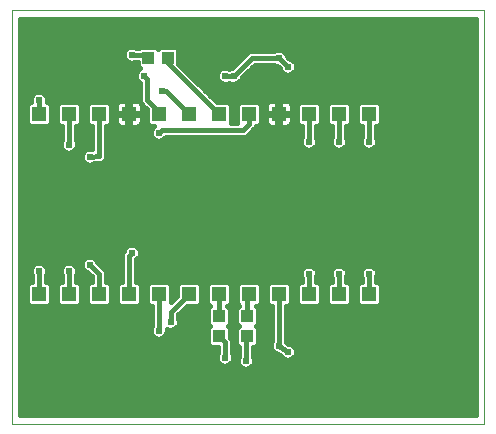
<source format=gbl>
G75*
%MOIN*%
%OFA0B0*%
%FSLAX24Y24*%
%IPPOS*%
%LPD*%
%AMOC8*
5,1,8,0,0,1.08239X$1,22.5*
%
%ADD10C,0.0000*%
%ADD11R,0.0394X0.0433*%
%ADD12R,0.0433X0.0394*%
%ADD13R,0.0500X0.0500*%
%ADD14C,0.0317*%
%ADD15C,0.0160*%
%ADD16C,0.0238*%
D10*
X010976Y000180D02*
X010976Y013960D01*
X026724Y013960D01*
X026724Y000180D01*
X010976Y000180D01*
D11*
X015516Y012380D03*
X016185Y012380D03*
D12*
X017876Y003765D03*
X017876Y003095D03*
X018826Y003095D03*
X018826Y003765D03*
D13*
X018876Y004505D03*
X019876Y004505D03*
X020876Y004505D03*
X021876Y004505D03*
X022876Y004505D03*
X017876Y004505D03*
X016876Y004505D03*
X015876Y004505D03*
X014876Y004505D03*
X013876Y004505D03*
X012876Y004505D03*
X011876Y004505D03*
X011876Y010505D03*
X012876Y010505D03*
X013876Y010505D03*
X014876Y010505D03*
X015876Y010505D03*
X016876Y010505D03*
X017876Y010505D03*
X018876Y010505D03*
X019876Y010505D03*
X020876Y010505D03*
X021876Y010505D03*
X022876Y010505D03*
D14*
X022351Y009880D03*
X021351Y009880D03*
X020351Y009380D03*
X019951Y008880D03*
X019151Y009580D03*
X019551Y009980D03*
X019351Y011080D03*
X019051Y011480D03*
X020551Y011580D03*
X023051Y012080D03*
X024351Y011380D03*
X025751Y012080D03*
X026251Y012080D03*
X025551Y012580D03*
X018183Y008531D03*
X018151Y007280D03*
X018851Y007180D03*
X019351Y006780D03*
X019851Y006280D03*
X020451Y005780D03*
X021051Y006180D03*
X021451Y006580D03*
X021951Y007080D03*
X022351Y007380D03*
X016551Y005080D03*
X016051Y005180D03*
X015551Y005180D03*
X015451Y005880D03*
X016151Y006580D03*
X014251Y007580D03*
X012451Y008080D03*
X015051Y009380D03*
X015051Y009880D03*
X013351Y009880D03*
X012251Y009880D03*
X013351Y011180D03*
X013351Y011680D03*
X011951Y011680D03*
X012851Y012580D03*
X011751Y013180D03*
X016751Y012780D03*
X013351Y005080D03*
X015351Y003980D03*
X016551Y003080D03*
X015851Y002180D03*
X015251Y002180D03*
X013451Y003780D03*
X019351Y002580D03*
X022551Y001080D03*
X023051Y001080D03*
X023651Y001080D03*
X024351Y001080D03*
X025051Y001080D03*
X023051Y002080D03*
X025151Y002780D03*
X025651Y002580D03*
X026151Y002580D03*
X025051Y003280D03*
D15*
X026444Y003350D02*
X020106Y003350D01*
X020106Y003192D02*
X026444Y003192D01*
X026444Y003033D02*
X020106Y003033D01*
X020106Y002928D02*
X020106Y004105D01*
X020188Y004105D01*
X020276Y004193D01*
X020276Y004817D01*
X020188Y004905D01*
X019563Y004905D01*
X019476Y004817D01*
X019476Y004193D01*
X019563Y004105D01*
X019646Y004105D01*
X019646Y002928D01*
X019607Y002834D01*
X019607Y002726D01*
X019647Y002628D01*
X019723Y002552D01*
X019822Y002511D01*
X019865Y002511D01*
X019931Y002466D01*
X019947Y002428D01*
X020023Y002352D01*
X020122Y002311D01*
X020229Y002311D01*
X020328Y002352D01*
X020404Y002428D01*
X020445Y002526D01*
X020445Y002634D01*
X020404Y002732D01*
X020328Y002808D01*
X020229Y002849D01*
X020187Y002849D01*
X020120Y002894D01*
X020106Y002928D01*
X020148Y002875D02*
X026444Y002875D01*
X026444Y002716D02*
X020410Y002716D01*
X020445Y002558D02*
X026444Y002558D01*
X026444Y002399D02*
X020375Y002399D01*
X020176Y002580D02*
X019876Y002780D01*
X019876Y004505D01*
X020276Y004460D02*
X020476Y004460D01*
X020476Y004618D02*
X020276Y004618D01*
X020276Y004777D02*
X020476Y004777D01*
X020476Y004817D02*
X020476Y004193D01*
X020563Y004105D01*
X021188Y004105D01*
X021276Y004193D01*
X021276Y004817D01*
X021188Y004905D01*
X021106Y004905D01*
X021106Y005032D01*
X021145Y005126D01*
X021145Y005234D01*
X021104Y005332D01*
X021028Y005408D01*
X020929Y005449D01*
X020822Y005449D01*
X020723Y005408D01*
X020647Y005332D01*
X020607Y005234D01*
X020607Y005126D01*
X020646Y005032D01*
X020646Y004905D01*
X020563Y004905D01*
X020476Y004817D01*
X020646Y004935D02*
X015106Y004935D01*
X015106Y004905D02*
X015106Y005643D01*
X015128Y005652D01*
X015204Y005728D01*
X015245Y005826D01*
X015245Y005934D01*
X015204Y006032D01*
X015128Y006108D01*
X015029Y006149D01*
X014922Y006149D01*
X014823Y006108D01*
X014747Y006032D01*
X014708Y005938D01*
X014646Y005875D01*
X014646Y004905D01*
X014563Y004905D01*
X014476Y004817D01*
X014476Y004193D01*
X014563Y004105D01*
X015188Y004105D01*
X015276Y004193D01*
X015276Y004817D01*
X015188Y004905D01*
X015106Y004905D01*
X015106Y005094D02*
X020620Y005094D01*
X020614Y005252D02*
X015106Y005252D01*
X015106Y005411D02*
X020729Y005411D01*
X020876Y005180D02*
X020876Y004505D01*
X021276Y004460D02*
X021476Y004460D01*
X021476Y004618D02*
X021276Y004618D01*
X021276Y004777D02*
X021476Y004777D01*
X021476Y004817D02*
X021476Y004193D01*
X021563Y004105D01*
X022188Y004105D01*
X022276Y004193D01*
X022276Y004817D01*
X022188Y004905D01*
X022106Y004905D01*
X022106Y005032D01*
X022145Y005126D01*
X022145Y005234D01*
X022104Y005332D01*
X022028Y005408D01*
X021929Y005449D01*
X021822Y005449D01*
X021723Y005408D01*
X021647Y005332D01*
X021607Y005234D01*
X021607Y005126D01*
X021646Y005032D01*
X021646Y004905D01*
X021563Y004905D01*
X021476Y004817D01*
X021646Y004935D02*
X021106Y004935D01*
X021131Y005094D02*
X021620Y005094D01*
X021614Y005252D02*
X021137Y005252D01*
X021022Y005411D02*
X021729Y005411D01*
X021876Y005180D02*
X021876Y004505D01*
X022276Y004460D02*
X022476Y004460D01*
X022476Y004618D02*
X022276Y004618D01*
X022276Y004777D02*
X022476Y004777D01*
X022476Y004817D02*
X022476Y004193D01*
X022563Y004105D01*
X023188Y004105D01*
X023276Y004193D01*
X023276Y004817D01*
X023188Y004905D01*
X023106Y004905D01*
X023106Y005032D01*
X023145Y005126D01*
X023145Y005234D01*
X023104Y005332D01*
X023028Y005408D01*
X022929Y005449D01*
X022822Y005449D01*
X022723Y005408D01*
X022647Y005332D01*
X022607Y005234D01*
X022607Y005126D01*
X022646Y005032D01*
X022646Y004905D01*
X022563Y004905D01*
X022476Y004817D01*
X022646Y004935D02*
X022106Y004935D01*
X022131Y005094D02*
X022620Y005094D01*
X022614Y005252D02*
X022137Y005252D01*
X022022Y005411D02*
X022729Y005411D01*
X022876Y005180D02*
X022876Y004505D01*
X023276Y004460D02*
X026444Y004460D01*
X026444Y004618D02*
X023276Y004618D01*
X023276Y004777D02*
X026444Y004777D01*
X026444Y004935D02*
X023106Y004935D01*
X023131Y005094D02*
X026444Y005094D01*
X026444Y005252D02*
X023137Y005252D01*
X023022Y005411D02*
X026444Y005411D01*
X026444Y005569D02*
X015106Y005569D01*
X015204Y005728D02*
X026444Y005728D01*
X026444Y005886D02*
X015245Y005886D01*
X015192Y006045D02*
X026444Y006045D01*
X026444Y006203D02*
X011256Y006203D01*
X011256Y006045D02*
X014760Y006045D01*
X014656Y005886D02*
X011256Y005886D01*
X011256Y005728D02*
X013470Y005728D01*
X013423Y005708D02*
X013522Y005749D01*
X013629Y005749D01*
X013728Y005708D01*
X013804Y005632D01*
X013843Y005538D01*
X013971Y005410D01*
X014106Y005275D01*
X014106Y004905D01*
X014188Y004905D01*
X014276Y004817D01*
X014276Y004193D01*
X014188Y004105D01*
X013563Y004105D01*
X013476Y004193D01*
X013476Y004817D01*
X013563Y004905D01*
X013646Y004905D01*
X013646Y005085D01*
X013517Y005213D01*
X013423Y005252D01*
X013145Y005252D01*
X013145Y005226D02*
X013106Y005132D01*
X013106Y004905D01*
X013188Y004905D01*
X013276Y004817D01*
X013276Y004193D01*
X013188Y004105D01*
X012563Y004105D01*
X012476Y004193D01*
X012476Y004817D01*
X012563Y004905D01*
X012646Y004905D01*
X012646Y005132D01*
X012607Y005226D01*
X012607Y005334D01*
X012647Y005432D01*
X012723Y005508D01*
X012822Y005549D01*
X012929Y005549D01*
X013028Y005508D01*
X013104Y005432D01*
X013145Y005334D01*
X013145Y005226D01*
X013106Y005094D02*
X013637Y005094D01*
X013646Y004935D02*
X013106Y004935D01*
X013276Y004777D02*
X013476Y004777D01*
X013476Y004618D02*
X013276Y004618D01*
X013276Y004460D02*
X013476Y004460D01*
X013476Y004301D02*
X013276Y004301D01*
X013225Y004143D02*
X013526Y004143D01*
X013876Y004505D02*
X013876Y005180D01*
X013576Y005480D01*
X013681Y005728D02*
X014646Y005728D01*
X014646Y005569D02*
X013830Y005569D01*
X013970Y005411D02*
X014646Y005411D01*
X014646Y005252D02*
X014106Y005252D01*
X014106Y005094D02*
X014646Y005094D01*
X014646Y004935D02*
X014106Y004935D01*
X014276Y004777D02*
X014476Y004777D01*
X014476Y004618D02*
X014276Y004618D01*
X014276Y004460D02*
X014476Y004460D01*
X014476Y004301D02*
X014276Y004301D01*
X014225Y004143D02*
X014526Y004143D01*
X014876Y004505D02*
X014876Y005780D01*
X014976Y005880D01*
X015563Y004905D02*
X015476Y004817D01*
X015476Y004193D01*
X015563Y004105D01*
X015646Y004105D01*
X015646Y003428D01*
X015607Y003334D01*
X015607Y003226D01*
X015647Y003128D01*
X015723Y003052D01*
X015822Y003011D01*
X015929Y003011D01*
X016028Y003052D01*
X016104Y003128D01*
X016145Y003226D01*
X016145Y003334D01*
X016140Y003345D01*
X016222Y003311D01*
X016329Y003311D01*
X016428Y003352D01*
X016504Y003428D01*
X016545Y003526D01*
X016545Y003634D01*
X016506Y003728D01*
X016506Y003810D01*
X016801Y004105D01*
X017188Y004105D01*
X017276Y004193D01*
X017276Y004817D01*
X017188Y004905D01*
X016563Y004905D01*
X016476Y004817D01*
X016476Y004430D01*
X016276Y004230D01*
X016276Y004817D01*
X016188Y004905D01*
X015563Y004905D01*
X015476Y004777D02*
X015276Y004777D01*
X015276Y004618D02*
X015476Y004618D01*
X015476Y004460D02*
X015276Y004460D01*
X015276Y004301D02*
X015476Y004301D01*
X015526Y004143D02*
X015225Y004143D01*
X015646Y003984D02*
X011256Y003984D01*
X011256Y003826D02*
X015646Y003826D01*
X015646Y003667D02*
X011256Y003667D01*
X011256Y003509D02*
X015646Y003509D01*
X015613Y003350D02*
X011256Y003350D01*
X011256Y003192D02*
X015621Y003192D01*
X015769Y003033D02*
X011256Y003033D01*
X011256Y002875D02*
X017509Y002875D01*
X017509Y002836D02*
X017597Y002749D01*
X017846Y002749D01*
X017846Y002528D01*
X017807Y002434D01*
X017807Y002326D01*
X017847Y002228D01*
X017923Y002152D01*
X018022Y002111D01*
X018129Y002111D01*
X018228Y002152D01*
X018304Y002228D01*
X018345Y002326D01*
X018345Y002434D01*
X018306Y002528D01*
X018306Y002991D01*
X018242Y003054D01*
X018242Y003354D01*
X018166Y003430D01*
X018242Y003506D01*
X018242Y004024D01*
X018161Y004105D01*
X018188Y004105D01*
X018276Y004193D01*
X018276Y004817D01*
X018188Y004905D01*
X017563Y004905D01*
X017476Y004817D01*
X017476Y004193D01*
X017563Y004105D01*
X017590Y004105D01*
X017509Y004024D01*
X017509Y003506D01*
X017585Y003430D01*
X017509Y003354D01*
X017509Y002836D01*
X017509Y003033D02*
X015982Y003033D01*
X016130Y003192D02*
X017509Y003192D01*
X017509Y003350D02*
X016423Y003350D01*
X016537Y003509D02*
X017509Y003509D01*
X017509Y003667D02*
X016531Y003667D01*
X016521Y003826D02*
X017509Y003826D01*
X017509Y003984D02*
X016680Y003984D01*
X016276Y003905D02*
X016276Y003580D01*
X016276Y003905D02*
X016876Y004505D01*
X017276Y004460D02*
X017476Y004460D01*
X017476Y004618D02*
X017276Y004618D01*
X017276Y004777D02*
X017476Y004777D01*
X017876Y004505D02*
X017876Y003765D01*
X018242Y003826D02*
X018459Y003826D01*
X018459Y003984D02*
X018242Y003984D01*
X018225Y004143D02*
X018526Y004143D01*
X018547Y004111D02*
X018459Y004024D01*
X018459Y003506D01*
X018535Y003430D01*
X018459Y003354D01*
X018459Y002836D01*
X018546Y002750D01*
X018546Y002428D01*
X018507Y002334D01*
X018507Y002226D01*
X018547Y002128D01*
X018623Y002052D01*
X018722Y002011D01*
X018829Y002011D01*
X018928Y002052D01*
X019004Y002128D01*
X019045Y002226D01*
X019045Y002334D01*
X019006Y002428D01*
X019006Y002749D01*
X019104Y002749D01*
X019192Y002836D01*
X019192Y003354D01*
X019116Y003430D01*
X019192Y003506D01*
X019192Y004024D01*
X019111Y004105D01*
X019188Y004105D01*
X019276Y004193D01*
X019276Y004817D01*
X019188Y004905D01*
X018563Y004905D01*
X018476Y004817D01*
X018476Y004193D01*
X018557Y004111D01*
X018547Y004111D01*
X018476Y004301D02*
X018276Y004301D01*
X018276Y004460D02*
X018476Y004460D01*
X018476Y004618D02*
X018276Y004618D01*
X018276Y004777D02*
X018476Y004777D01*
X018826Y004455D02*
X018876Y004505D01*
X018826Y004455D02*
X018826Y003765D01*
X019192Y003826D02*
X019646Y003826D01*
X019646Y003984D02*
X019192Y003984D01*
X019225Y004143D02*
X019526Y004143D01*
X019476Y004301D02*
X019276Y004301D01*
X019276Y004460D02*
X019476Y004460D01*
X019476Y004618D02*
X019276Y004618D01*
X019276Y004777D02*
X019476Y004777D01*
X020276Y004301D02*
X020476Y004301D01*
X020526Y004143D02*
X020225Y004143D01*
X020106Y003984D02*
X026444Y003984D01*
X026444Y003826D02*
X020106Y003826D01*
X020106Y003667D02*
X026444Y003667D01*
X026444Y003509D02*
X020106Y003509D01*
X019646Y003509D02*
X019192Y003509D01*
X019192Y003667D02*
X019646Y003667D01*
X019646Y003350D02*
X019192Y003350D01*
X019192Y003192D02*
X019646Y003192D01*
X019646Y003033D02*
X019192Y003033D01*
X019192Y002875D02*
X019624Y002875D01*
X019611Y002716D02*
X019006Y002716D01*
X019006Y002558D02*
X019718Y002558D01*
X019976Y002399D02*
X019018Y002399D01*
X019045Y002241D02*
X026444Y002241D01*
X026444Y002082D02*
X018958Y002082D01*
X018776Y002280D02*
X018776Y003045D01*
X018826Y003095D01*
X018459Y003033D02*
X018263Y003033D01*
X018242Y003192D02*
X018459Y003192D01*
X018459Y003350D02*
X018242Y003350D01*
X018242Y003509D02*
X018459Y003509D01*
X018459Y003667D02*
X018242Y003667D01*
X017876Y003095D02*
X018076Y002895D01*
X018076Y002380D01*
X018345Y002399D02*
X018534Y002399D01*
X018546Y002558D02*
X018306Y002558D01*
X018306Y002716D02*
X018546Y002716D01*
X018459Y002875D02*
X018306Y002875D01*
X017846Y002716D02*
X011256Y002716D01*
X011256Y002558D02*
X017846Y002558D01*
X017807Y002399D02*
X011256Y002399D01*
X011256Y002241D02*
X017842Y002241D01*
X018309Y002241D02*
X018507Y002241D01*
X018593Y002082D02*
X011256Y002082D01*
X011256Y001924D02*
X026444Y001924D01*
X026444Y001765D02*
X011256Y001765D01*
X011256Y001607D02*
X026444Y001607D01*
X026444Y001448D02*
X011256Y001448D01*
X011256Y001290D02*
X026444Y001290D01*
X026444Y001131D02*
X011256Y001131D01*
X011256Y000973D02*
X026444Y000973D01*
X026444Y000814D02*
X011256Y000814D01*
X011256Y000656D02*
X026444Y000656D01*
X026444Y000497D02*
X011256Y000497D01*
X011256Y000460D02*
X011256Y013680D01*
X026444Y013680D01*
X026444Y000460D01*
X011256Y000460D01*
X015876Y003280D02*
X015876Y004505D01*
X016276Y004460D02*
X016476Y004460D01*
X016476Y004618D02*
X016276Y004618D01*
X016276Y004777D02*
X016476Y004777D01*
X016346Y004301D02*
X016276Y004301D01*
X017225Y004143D02*
X017526Y004143D01*
X017476Y004301D02*
X017276Y004301D01*
X021225Y004143D02*
X021526Y004143D01*
X021476Y004301D02*
X021276Y004301D01*
X022225Y004143D02*
X022526Y004143D01*
X022476Y004301D02*
X022276Y004301D01*
X023225Y004143D02*
X026444Y004143D01*
X026444Y004301D02*
X023276Y004301D01*
X026444Y006362D02*
X011256Y006362D01*
X011256Y006520D02*
X026444Y006520D01*
X026444Y006679D02*
X011256Y006679D01*
X011256Y006837D02*
X026444Y006837D01*
X026444Y006996D02*
X011256Y006996D01*
X011256Y007154D02*
X026444Y007154D01*
X026444Y007313D02*
X011256Y007313D01*
X011256Y007471D02*
X026444Y007471D01*
X026444Y007630D02*
X011256Y007630D01*
X011256Y007788D02*
X026444Y007788D01*
X026444Y007947D02*
X011256Y007947D01*
X011256Y008105D02*
X026444Y008105D01*
X026444Y008264D02*
X011256Y008264D01*
X011256Y008422D02*
X026444Y008422D01*
X026444Y008581D02*
X011256Y008581D01*
X011256Y008739D02*
X026444Y008739D01*
X026444Y008898D02*
X014001Y008898D01*
X013990Y008884D02*
X014045Y008949D01*
X014106Y009010D01*
X014106Y009021D01*
X014113Y009029D01*
X014106Y009115D01*
X014106Y010105D01*
X014188Y010105D01*
X014276Y010193D01*
X014276Y010817D01*
X014188Y010905D01*
X013563Y010905D01*
X013476Y010817D01*
X013476Y010193D01*
X013563Y010105D01*
X013646Y010105D01*
X013646Y009342D01*
X013629Y009349D01*
X013522Y009349D01*
X013423Y009308D01*
X013347Y009232D01*
X013307Y009134D01*
X013307Y009026D01*
X013347Y008928D01*
X013423Y008852D01*
X013522Y008811D01*
X013629Y008811D01*
X013728Y008852D01*
X013739Y008863D01*
X013885Y008875D01*
X013971Y008875D01*
X013979Y008883D01*
X013990Y008884D01*
X014110Y009056D02*
X026444Y009056D01*
X026444Y009215D02*
X014106Y009215D01*
X014106Y009373D02*
X020702Y009373D01*
X020723Y009352D02*
X020822Y009311D01*
X020929Y009311D01*
X021028Y009352D01*
X021104Y009428D01*
X021145Y009526D01*
X021145Y009634D01*
X021106Y009728D01*
X021106Y010105D01*
X021188Y010105D01*
X021276Y010193D01*
X021276Y010817D01*
X021188Y010905D01*
X020563Y010905D01*
X020476Y010817D01*
X020476Y010193D01*
X020563Y010105D01*
X020646Y010105D01*
X020646Y009728D01*
X020607Y009634D01*
X020607Y009526D01*
X020647Y009428D01*
X020723Y009352D01*
X020607Y009532D02*
X014106Y009532D01*
X014106Y009690D02*
X015685Y009690D01*
X015647Y009728D02*
X015723Y009652D01*
X015822Y009611D01*
X015929Y009611D01*
X016028Y009652D01*
X016104Y009728D01*
X016113Y009750D01*
X018771Y009750D01*
X018971Y009950D01*
X019106Y010085D01*
X019106Y010105D01*
X019188Y010105D01*
X019276Y010193D01*
X019276Y010817D01*
X019188Y010905D01*
X018563Y010905D01*
X018476Y010817D01*
X018476Y010210D01*
X018276Y010210D01*
X018276Y010817D01*
X018188Y010905D01*
X017801Y010905D01*
X016532Y012174D01*
X016532Y012659D01*
X016444Y012747D01*
X015926Y012747D01*
X015851Y012671D01*
X015775Y012747D01*
X015257Y012747D01*
X015220Y012710D01*
X015123Y012710D01*
X015029Y012749D01*
X014922Y012749D01*
X014823Y012708D01*
X014747Y012632D01*
X014707Y012534D01*
X014707Y012426D01*
X014747Y012328D01*
X014823Y012252D01*
X014922Y012211D01*
X015029Y012211D01*
X015123Y012250D01*
X015169Y012250D01*
X015169Y012101D01*
X015251Y012020D01*
X015223Y012008D01*
X015147Y011932D01*
X015107Y011834D01*
X015107Y011726D01*
X015147Y011628D01*
X015223Y011552D01*
X015246Y011543D01*
X015246Y010890D01*
X015236Y010899D01*
X015195Y010923D01*
X015149Y010935D01*
X014921Y010935D01*
X014921Y010550D01*
X015306Y010550D01*
X015306Y010779D01*
X015293Y010824D01*
X015276Y010854D01*
X015380Y010750D01*
X015476Y010655D01*
X015476Y010193D01*
X015563Y010105D01*
X015720Y010105D01*
X015647Y010032D01*
X015607Y009934D01*
X015607Y009826D01*
X015647Y009728D01*
X015607Y009849D02*
X014106Y009849D01*
X014106Y010007D02*
X015637Y010007D01*
X015503Y010166D02*
X015282Y010166D01*
X015293Y010186D02*
X015306Y010231D01*
X015306Y010460D01*
X014921Y010460D01*
X014921Y010550D01*
X014831Y010550D01*
X014831Y010935D01*
X014602Y010935D01*
X014556Y010923D01*
X014515Y010899D01*
X014482Y010866D01*
X014458Y010824D01*
X014446Y010779D01*
X014446Y010550D01*
X014831Y010550D01*
X014831Y010460D01*
X014921Y010460D01*
X014921Y010075D01*
X015149Y010075D01*
X015195Y010087D01*
X015236Y010111D01*
X015270Y010144D01*
X015293Y010186D01*
X015306Y010324D02*
X015476Y010324D01*
X015476Y010483D02*
X014921Y010483D01*
X014831Y010483D02*
X014276Y010483D01*
X014276Y010641D02*
X014446Y010641D01*
X014451Y010800D02*
X014276Y010800D01*
X014446Y010460D02*
X014446Y010231D01*
X014458Y010186D01*
X014482Y010144D01*
X014515Y010111D01*
X014556Y010087D01*
X014602Y010075D01*
X014831Y010075D01*
X014831Y010460D01*
X014446Y010460D01*
X014446Y010324D02*
X014276Y010324D01*
X014248Y010166D02*
X014469Y010166D01*
X014831Y010166D02*
X014921Y010166D01*
X014921Y010324D02*
X014831Y010324D01*
X014831Y010641D02*
X014921Y010641D01*
X014921Y010800D02*
X014831Y010800D01*
X015246Y010958D02*
X012145Y010958D01*
X012145Y010926D02*
X012145Y011034D01*
X012104Y011132D01*
X012028Y011208D01*
X011929Y011249D01*
X011822Y011249D01*
X011723Y011208D01*
X011647Y011132D01*
X011607Y011034D01*
X011607Y010926D01*
X011615Y010905D01*
X011563Y010905D01*
X011476Y010817D01*
X011476Y010193D01*
X011563Y010105D01*
X012188Y010105D01*
X012276Y010193D01*
X012276Y010817D01*
X012188Y010905D01*
X012136Y010905D01*
X012145Y010926D01*
X012276Y010800D02*
X012476Y010800D01*
X012476Y010817D02*
X012476Y010193D01*
X012563Y010105D01*
X012646Y010105D01*
X012646Y009628D01*
X012607Y009534D01*
X012607Y009426D01*
X012647Y009328D01*
X012723Y009252D01*
X012822Y009211D01*
X012929Y009211D01*
X013028Y009252D01*
X013104Y009328D01*
X013145Y009426D01*
X013145Y009534D01*
X013106Y009628D01*
X013106Y010105D01*
X013188Y010105D01*
X013276Y010193D01*
X013276Y010817D01*
X013188Y010905D01*
X012563Y010905D01*
X012476Y010817D01*
X012476Y010641D02*
X012276Y010641D01*
X012276Y010483D02*
X012476Y010483D01*
X012476Y010324D02*
X012276Y010324D01*
X012248Y010166D02*
X012503Y010166D01*
X012646Y010007D02*
X011256Y010007D01*
X011256Y009849D02*
X012646Y009849D01*
X012646Y009690D02*
X011256Y009690D01*
X011256Y009532D02*
X012607Y009532D01*
X012629Y009373D02*
X011256Y009373D01*
X011256Y009215D02*
X012813Y009215D01*
X012938Y009215D02*
X013340Y009215D01*
X013307Y009056D02*
X011256Y009056D01*
X011256Y008898D02*
X013378Y008898D01*
X013576Y009080D02*
X013876Y009105D01*
X013876Y010505D01*
X013476Y010483D02*
X013276Y010483D01*
X013276Y010641D02*
X013476Y010641D01*
X013476Y010800D02*
X013276Y010800D01*
X012876Y010505D02*
X012876Y009480D01*
X013122Y009373D02*
X013646Y009373D01*
X013646Y009532D02*
X013145Y009532D01*
X013106Y009690D02*
X013646Y009690D01*
X013646Y009849D02*
X013106Y009849D01*
X013106Y010007D02*
X013646Y010007D01*
X013503Y010166D02*
X013248Y010166D01*
X013276Y010324D02*
X013476Y010324D01*
X012110Y011117D02*
X015246Y011117D01*
X015246Y011275D02*
X011256Y011275D01*
X011256Y011117D02*
X011641Y011117D01*
X011607Y010958D02*
X011256Y010958D01*
X011256Y010800D02*
X011476Y010800D01*
X011476Y010641D02*
X011256Y010641D01*
X011256Y010483D02*
X011476Y010483D01*
X011476Y010324D02*
X011256Y010324D01*
X011256Y010166D02*
X011503Y010166D01*
X011876Y010505D02*
X011876Y010980D01*
X011256Y011434D02*
X015246Y011434D01*
X015183Y011592D02*
X011256Y011592D01*
X011256Y011751D02*
X015107Y011751D01*
X015138Y011909D02*
X011256Y011909D01*
X011256Y012068D02*
X015203Y012068D01*
X015169Y012226D02*
X015065Y012226D01*
X014886Y012226D02*
X011256Y012226D01*
X011256Y012385D02*
X014724Y012385D01*
X014710Y012543D02*
X011256Y012543D01*
X011256Y012702D02*
X014817Y012702D01*
X014976Y012480D02*
X015416Y012480D01*
X015516Y012380D01*
X015820Y012702D02*
X015881Y012702D01*
X016185Y012380D02*
X016185Y012195D01*
X017876Y010505D01*
X018276Y010483D02*
X018476Y010483D01*
X018476Y010641D02*
X018276Y010641D01*
X018276Y010800D02*
X018476Y010800D01*
X018876Y010505D02*
X018876Y010180D01*
X018676Y009980D01*
X015976Y009980D01*
X015876Y009880D01*
X016066Y009690D02*
X020630Y009690D01*
X020646Y009849D02*
X018869Y009849D01*
X019028Y010007D02*
X020646Y010007D01*
X020503Y010166D02*
X020282Y010166D01*
X020293Y010186D02*
X020306Y010231D01*
X020306Y010460D01*
X019921Y010460D01*
X019921Y010550D01*
X020306Y010550D01*
X020306Y010779D01*
X020293Y010824D01*
X020270Y010866D01*
X020236Y010899D01*
X020195Y010923D01*
X020149Y010935D01*
X019921Y010935D01*
X019921Y010550D01*
X019831Y010550D01*
X019831Y010935D01*
X019602Y010935D01*
X019556Y010923D01*
X019515Y010899D01*
X019482Y010866D01*
X019458Y010824D01*
X019446Y010779D01*
X019446Y010550D01*
X019831Y010550D01*
X019831Y010460D01*
X019921Y010460D01*
X019921Y010075D01*
X020149Y010075D01*
X020195Y010087D01*
X020236Y010111D01*
X020270Y010144D01*
X020293Y010186D01*
X020306Y010324D02*
X020476Y010324D01*
X020476Y010483D02*
X019921Y010483D01*
X019831Y010483D02*
X019276Y010483D01*
X019276Y010641D02*
X019446Y010641D01*
X019451Y010800D02*
X019276Y010800D01*
X019446Y010460D02*
X019446Y010231D01*
X019458Y010186D01*
X019482Y010144D01*
X019515Y010111D01*
X019556Y010087D01*
X019602Y010075D01*
X019831Y010075D01*
X019831Y010460D01*
X019446Y010460D01*
X019446Y010324D02*
X019276Y010324D01*
X019248Y010166D02*
X019469Y010166D01*
X019831Y010166D02*
X019921Y010166D01*
X019921Y010324D02*
X019831Y010324D01*
X019831Y010641D02*
X019921Y010641D01*
X019921Y010800D02*
X019831Y010800D01*
X020300Y010800D02*
X020476Y010800D01*
X020476Y010641D02*
X020306Y010641D01*
X020876Y010505D02*
X020876Y009580D01*
X021121Y009690D02*
X021630Y009690D01*
X021646Y009728D02*
X021607Y009634D01*
X021607Y009526D01*
X021647Y009428D01*
X021723Y009352D01*
X021822Y009311D01*
X021929Y009311D01*
X022028Y009352D01*
X022104Y009428D01*
X022145Y009526D01*
X022145Y009634D01*
X022106Y009728D01*
X022106Y010105D01*
X022188Y010105D01*
X022276Y010193D01*
X022276Y010817D01*
X022188Y010905D01*
X021563Y010905D01*
X021476Y010817D01*
X021476Y010193D01*
X021563Y010105D01*
X021646Y010105D01*
X021646Y009728D01*
X021646Y009849D02*
X021106Y009849D01*
X021106Y010007D02*
X021646Y010007D01*
X021503Y010166D02*
X021248Y010166D01*
X021276Y010324D02*
X021476Y010324D01*
X021476Y010483D02*
X021276Y010483D01*
X021276Y010641D02*
X021476Y010641D01*
X021476Y010800D02*
X021276Y010800D01*
X021876Y010505D02*
X021876Y009580D01*
X022121Y009690D02*
X022630Y009690D01*
X022646Y009728D02*
X022607Y009634D01*
X022607Y009526D01*
X022647Y009428D01*
X022723Y009352D01*
X022822Y009311D01*
X022929Y009311D01*
X023028Y009352D01*
X023104Y009428D01*
X023145Y009526D01*
X023145Y009634D01*
X023106Y009728D01*
X023106Y010105D01*
X023188Y010105D01*
X023276Y010193D01*
X023276Y010817D01*
X023188Y010905D01*
X022563Y010905D01*
X022476Y010817D01*
X022476Y010193D01*
X022563Y010105D01*
X022646Y010105D01*
X022646Y009728D01*
X022646Y009849D02*
X022106Y009849D01*
X022106Y010007D02*
X022646Y010007D01*
X022503Y010166D02*
X022248Y010166D01*
X022276Y010324D02*
X022476Y010324D01*
X022476Y010483D02*
X022276Y010483D01*
X022276Y010641D02*
X022476Y010641D01*
X022476Y010800D02*
X022276Y010800D01*
X022876Y010505D02*
X022876Y009580D01*
X023121Y009690D02*
X026444Y009690D01*
X026444Y009532D02*
X023145Y009532D01*
X023049Y009373D02*
X026444Y009373D01*
X026444Y009849D02*
X023106Y009849D01*
X023106Y010007D02*
X026444Y010007D01*
X026444Y010166D02*
X023248Y010166D01*
X023276Y010324D02*
X026444Y010324D01*
X026444Y010483D02*
X023276Y010483D01*
X023276Y010641D02*
X026444Y010641D01*
X026444Y010800D02*
X023276Y010800D01*
X022607Y009532D02*
X022145Y009532D01*
X022049Y009373D02*
X022702Y009373D01*
X021702Y009373D02*
X021049Y009373D01*
X021145Y009532D02*
X021607Y009532D01*
X018476Y010324D02*
X018276Y010324D01*
X017748Y010958D02*
X026444Y010958D01*
X026444Y011117D02*
X017589Y011117D01*
X017431Y011275D02*
X026444Y011275D01*
X026444Y011434D02*
X017272Y011434D01*
X017114Y011592D02*
X017883Y011592D01*
X017847Y011628D02*
X017923Y011552D01*
X018022Y011511D01*
X018129Y011511D01*
X018223Y011550D01*
X018228Y011550D01*
X018322Y011511D01*
X018429Y011511D01*
X018528Y011552D01*
X018604Y011628D01*
X018643Y011722D01*
X019071Y012150D01*
X019728Y012150D01*
X019817Y012113D01*
X019908Y012022D01*
X019947Y011928D01*
X020023Y011852D01*
X020122Y011811D01*
X020229Y011811D01*
X020328Y011852D01*
X020404Y011928D01*
X020445Y012026D01*
X020445Y012134D01*
X020404Y012232D01*
X020328Y012308D01*
X020234Y012347D01*
X020143Y012438D01*
X020104Y012532D01*
X020028Y012608D01*
X019929Y012649D01*
X019822Y012649D01*
X019728Y012610D01*
X018880Y012610D01*
X018317Y012047D01*
X018228Y012010D01*
X018223Y012010D01*
X018129Y012049D01*
X018022Y012049D01*
X017923Y012008D01*
X017847Y011932D01*
X017807Y011834D01*
X017807Y011726D01*
X017847Y011628D01*
X017807Y011751D02*
X016955Y011751D01*
X016797Y011909D02*
X017838Y011909D01*
X018076Y011780D02*
X018376Y011780D01*
X018976Y012380D01*
X019876Y012380D01*
X020176Y012080D01*
X020445Y012068D02*
X026444Y012068D01*
X026444Y012226D02*
X020406Y012226D01*
X020196Y012385D02*
X026444Y012385D01*
X026444Y012543D02*
X020093Y012543D01*
X019863Y012068D02*
X018988Y012068D01*
X018830Y011909D02*
X019966Y011909D01*
X020385Y011909D02*
X026444Y011909D01*
X026444Y011751D02*
X018671Y011751D01*
X018568Y011592D02*
X026444Y011592D01*
X026444Y012702D02*
X016489Y012702D01*
X016532Y012543D02*
X018813Y012543D01*
X018655Y012385D02*
X016532Y012385D01*
X016532Y012226D02*
X018496Y012226D01*
X018338Y012068D02*
X016638Y012068D01*
X016101Y011280D02*
X015976Y011280D01*
X016101Y011280D02*
X016876Y010505D01*
X015876Y010505D02*
X015876Y010580D01*
X015476Y010980D01*
X015476Y011680D01*
X015376Y011780D01*
X015331Y010800D02*
X015300Y010800D01*
X015306Y010641D02*
X015476Y010641D01*
X011256Y012860D02*
X026444Y012860D01*
X026444Y013019D02*
X011256Y013019D01*
X011256Y013177D02*
X026444Y013177D01*
X026444Y013336D02*
X011256Y013336D01*
X011256Y013494D02*
X026444Y013494D01*
X026444Y013653D02*
X011256Y013653D01*
X011256Y005569D02*
X013321Y005569D01*
X013307Y005534D02*
X013307Y005426D01*
X013347Y005328D01*
X013423Y005252D01*
X013313Y005411D02*
X013113Y005411D01*
X013307Y005534D02*
X013347Y005632D01*
X013423Y005708D01*
X012876Y005280D02*
X012876Y004505D01*
X012476Y004460D02*
X012276Y004460D01*
X012276Y004618D02*
X012476Y004618D01*
X012476Y004777D02*
X012276Y004777D01*
X012276Y004817D02*
X012188Y004905D01*
X012106Y004905D01*
X012106Y005132D01*
X012145Y005226D01*
X012145Y005334D01*
X012104Y005432D01*
X012028Y005508D01*
X011929Y005549D01*
X011822Y005549D01*
X011723Y005508D01*
X011647Y005432D01*
X011607Y005334D01*
X011607Y005226D01*
X011646Y005132D01*
X011646Y004905D01*
X011563Y004905D01*
X011476Y004817D01*
X011476Y004193D01*
X011563Y004105D01*
X012188Y004105D01*
X012276Y004193D01*
X012276Y004817D01*
X012106Y004935D02*
X012646Y004935D01*
X012646Y005094D02*
X012106Y005094D01*
X012145Y005252D02*
X012607Y005252D01*
X012638Y005411D02*
X012113Y005411D01*
X011876Y005280D02*
X011876Y004505D01*
X011476Y004460D02*
X011256Y004460D01*
X011256Y004618D02*
X011476Y004618D01*
X011476Y004777D02*
X011256Y004777D01*
X011256Y004935D02*
X011646Y004935D01*
X011646Y005094D02*
X011256Y005094D01*
X011256Y005252D02*
X011607Y005252D01*
X011638Y005411D02*
X011256Y005411D01*
X011256Y004301D02*
X011476Y004301D01*
X011526Y004143D02*
X011256Y004143D01*
X012225Y004143D02*
X012526Y004143D01*
X012476Y004301D02*
X012276Y004301D01*
D16*
X011876Y005280D03*
X012876Y005280D03*
X013576Y005480D03*
X014976Y005880D03*
X016276Y003580D03*
X015876Y003280D03*
X018076Y002380D03*
X018776Y002280D03*
X019876Y002780D03*
X020176Y002580D03*
X020876Y005180D03*
X021876Y005180D03*
X022876Y005180D03*
X022876Y009580D03*
X021876Y009580D03*
X020876Y009580D03*
X018376Y011780D03*
X018076Y011780D03*
X019876Y012380D03*
X020176Y012080D03*
X015976Y011280D03*
X015376Y011780D03*
X014976Y012480D03*
X011876Y010980D03*
X012876Y009480D03*
X013576Y009080D03*
X015876Y009880D03*
M02*

</source>
